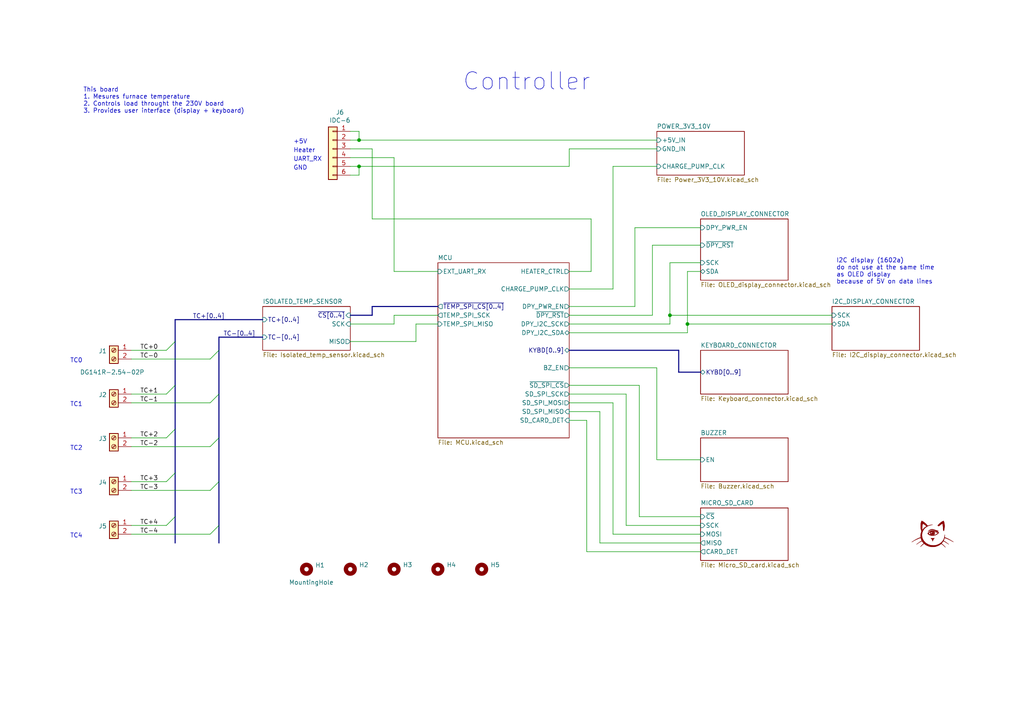
<source format=kicad_sch>
(kicad_sch (version 20250114) (generator "eeschema") (generator_version "9.0")
  (paper "A4")
  (title_block (title "Furnace controller") (date "2026-01-08") (rev "1.1") (company "Yuri Volkov"))
  (lib_symbols
    (symbol "Connector:Screw_Terminal_01x02" (pin_names (offset 1.016) (hide yes))
      (property "Reference" "J" (at 0 2.54 0))
      (property "Value" "Screw_Terminal_01x02" (at 0 -5.08 0))
      (symbol "Screw_Terminal_01x02_1_1"
        (rectangle (start -1.27 1.27) (end 1.27 -3.81) (stroke (width 0.254)) (fill (type background)))
        (polyline (pts (xy -0.5334 0.3302) (xy 0.3302 -0.508)) (stroke (width 0.1524)))
        (polyline (pts (xy -0.5334 -2.2098) (xy 0.3302 -3.048)) (stroke (width 0.1524)))
        (polyline (pts (xy -0.3556 0.508) (xy 0.508 -0.3302)) (stroke (width 0.1524)))
        (polyline (pts (xy -0.3556 -2.032) (xy 0.508 -2.8702)) (stroke (width 0.1524)))
        (circle (center 0 0) (radius 0.635) (stroke (width 0.1524)))
        (circle (center 0 -2.54) (radius 0.635) (stroke (width 0.1524)))
        (pin passive line (at -5.08 0 0) (length 3.81) (name "Pin_1") (number "1"))
        (pin passive line (at -5.08 -2.54 0) (length 3.81) (name "Pin_2") (number "2"))
      )
    )
    (symbol "Connector_Generic:Conn_01x06" (pin_names (offset 1.016) (hide yes))
      (property "Reference" "J" (at 0 7.62 0))
      (property "Value" "Conn_01x06" (at 0 -10.16 0))
      (symbol "Conn_01x06_1_1"
        (rectangle (start -1.27 6.35) (end 1.27 -8.89) (stroke (width 0.254)) (fill (type background)))
        (rectangle (start -1.27 5.207) (end 0 4.953) (stroke (width 0.1524)))
        (rectangle (start -1.27 2.667) (end 0 2.413) (stroke (width 0.1524)))
        (rectangle (start -1.27 0.127) (end 0 -0.127) (stroke (width 0.1524)))
        (rectangle (start -1.27 -2.413) (end 0 -2.667) (stroke (width 0.1524)))
        (rectangle (start -1.27 -4.953) (end 0 -5.207) (stroke (width 0.1524)))
        (rectangle (start -1.27 -7.493) (end 0 -7.747) (stroke (width 0.1524)))
        (pin passive line (at -5.08 5.08 0) (length 3.81) (name "Pin_1") (number "1"))
        (pin passive line (at -5.08 2.54 0) (length 3.81) (name "Pin_2") (number "2"))
        (pin passive line (at -5.08 0 0) (length 3.81) (name "Pin_3") (number "3"))
        (pin passive line (at -5.08 -2.54 0) (length 3.81) (name "Pin_4") (number "4"))
        (pin passive line (at -5.08 -5.08 0) (length 3.81) (name "Pin_5") (number "5"))
        (pin passive line (at -5.08 -7.62 0) (length 3.81) (name "Pin_6") (number "6"))
      )
    )
    (symbol "Mechanical:MountingHole" (pin_names (offset 1.016)) (in_bom no)
      (property "Reference" "H" (at 0 5.08 0))
      (property "Value" "MountingHole" (at 0 3.175 0))
      (symbol "MountingHole_0_1"
        (circle (center 0 0) (radius 1.27) (stroke (width 1.27)))
      )
    )
    (symbol "stamp:LOGO" (pin_names (offset 1.016))
      (symbol "LOGO_0_0"
        (polyline (pts (xy -3.5052 -3.6068) (xy -3.3782 -3.5052) (xy -3.175 -3.302) (xy -2.7686 -2.9464) (xy -2.5908 -2.8194) (xy -2.4892 -2.7432) (xy -2.1844 -2.9972) (xy -1.9304 -3.175) (xy -1.3716 -3.429) (xy -1.0922 -3.5306) (xy -0.7874 -3.6068) (xy -0.4826 -3.6576) (xy -0.381 -3.683) (xy 0.381 -3.683) (xy 0.4826 -3.6576) (xy 0.508 -3.6576) (xy 0.8128 -3.6068) (xy 1.0922 -3.5306) (xy 1.3716 -3.429) (xy 1.6256 -3.3274) (xy 1.8796 -3.2004) (xy 2.1336 -3.048) (xy 2.3622 -2.8702) (xy 2.4892 -2.7432) (xy 2.54 -2.794) (xy 2.5654 -2.794) (xy 2.6162 -2.8448) (xy 2.6924 -2.8956) (xy 2.7432 -2.9464) (xy 2.9718 -3.0988) (xy 3.2004 -3.3274) (xy 3.2766 -3.3782) (xy 3.3528 -3.4544) (xy 3.429 -3.556) (xy 3.4798 -3.6068) (xy 3.556 -3.6576) (xy 3.6068 -3.7338) (xy 3.6576 -3.7846) (xy 3.7084 -3.81) (xy 3.6322 -3.7338) (xy 3.6322 -3.7084) (xy 3.5814 -3.6576) (xy 3.5052 -3.556) (xy 3.4036 -3.4798) (xy 3.3274 -3.3782) (xy 3.1242 -3.175) (xy 2.9972 -3.0734) (xy 2.8956 -2.9718) (xy 2.794 -2.8956) (xy 2.7178 -2.8194) (xy 2.5654 -2.6924) (xy 2.667 -2.5654) (xy 2.7178 -2.5146) (xy 2.8702 -2.3114) (xy 3.0226 -2.1336) (xy 3.0226 -2.1082) (xy 3.048 -2.0574) (xy 3.0988 -2.0066) (xy 3.1496 -2.0066) (xy 3.175 -2.032) (xy 3.2258 -2.0574) (xy 3.302 -2.0828) (xy 3.3528 -2.1082) (xy 3.429 -2.1336) (xy 3.4798 -2.1844) (xy 3.5814 -2.2352) (xy 3.6068 -2.2352) (xy 3.6576 -2.286) (xy 3.7084 -2.3114) (xy 3.7846 -2.3368) (xy 3.8608 -2.413) (xy 3.8862 -2.413) (xy 3.9116 -2.4384) (xy 3.937 -2.4384) (xy 3.937 -2.4638) (xy 4.0894 -2.54) (xy 4.1402 -2.5908) (xy 4.445 -2.794) (xy 4.4704 -2.8194) (xy 4.5466 -2.8702) (xy 4.5974 -2.921) (xy 4.6482 -2.9464) (xy 4.572 -2.8702) (xy 4.4196 -2.7432) (xy 4.2164 -2.5908) (xy 4.0386 -2.4638) (xy 3.8354 -2.3114) (xy 3.429 -2.0574) (xy 3.2258 -1.9558) (xy 3.1496 -1.905) (xy 3.2766 -1.651) (xy 3.3528 -1.4224) (xy 3.429 -1.2192) (xy 3.429 -1.1684) (xy 3.4544 -1.1176) (xy 3.4544 -1.0668) (xy 3.4798 -1.0668) (xy 3.5814 -1.1176) (xy 3.6576 -1.1176) (xy 3.7338 -1.143) (xy 3.81 -1.1938) (xy 4.0132 -1.2446) (xy 4.2672 -1.3462) (xy 4.826 -1.6002) (xy 5.1054 -1.7526) (xy 5.3848 -1.8796) (xy 5.6642 -2.0574) (xy 5.9182 -2.2098) (xy 6.0198 -2.2606) (xy 5.9944 -2.2352) (xy 5.9436 -2.2098) (xy 5.8674 -2.159) (xy 5.8166 -2.1082) (xy 5.588 -1.9558) (xy 5.4864 -1.905) (xy 4.8768 -1.5494) (xy 4.5466 -1.3716) (xy 4.2418 -1.2192) (xy 3.6322 -0.9652) (xy 3.5814 -0.9398) (xy 3.5306 -0.9398) (xy 3.5052 -0.9144) (xy 3.4798 -0.9144) (xy 3.4798 -0.8636) (xy 3.5052 -0.8128) (xy 3.5052 -0.1778) (xy 3.4798 -0.1524) (xy 3.4798 -0.3048) (xy 3.4544 -0.5842) (xy 3.3528 -1.0922) (xy 3.1496 -1.6002) (xy 2.9972 -1.8034) (xy 2.8448 -2.032) (xy 2.667 -2.2352) (xy 2.2606 -2.5908) (xy 2.032 -2.7432) (xy 1.8034 -2.8702) (xy 1.524 -2.9972) (xy 1.27 -3.0988) (xy 0.9652 -3.175) (xy 0.6858 -3.2258) (xy 0.4064 -3.2512) (xy 0.1016 -3.2512) (xy -0.508 -3.2004) (xy -0.7874 -3.1242) (xy -1.0414 -3.048) (xy -1.2954 -2.9464) (xy -1.7526 -2.6924) (xy -1.9812 -2.5146) (xy -2.1844 -2.3622) (xy -2.54 -1.9558) (xy -2.667 -1.7526) (xy -2.921 -1.2954) (xy -2.9972 -1.0414) (xy -3.0988 -0.5334) (xy -3.0988 0) (xy -2.9972 0.508) (xy -2.8956 0.762) (xy -2.8702 0.8382) (xy -2.6162 1.2954) (xy -2.4638 1.4986) (xy -2.286 1.7018) (xy -2.0828 1.8796) (xy -1.8542 2.0574) (xy -1.6256 2.2098) (xy -1.397 2.3368) (xy -1.27 2.413) (xy -1.0414 2.4892) (xy -0.8382 2.5654) (xy -0.635 2.6162) (xy -0.4064 2.667) (xy -0.1524 2.6924) (xy 0 2.7178) (xy -0.254 2.7178) (xy -0.5334 2.6924) (xy -0.7874 2.6416) (xy -1.0668 2.5654) (xy -1.3208 2.4892) (xy -1.4224 2.4384) (xy -1.4478 2.4892) (xy -1.5494 2.5908) (xy -1.7272 2.794) (xy -1.9304 2.9972) (xy -2.3368 3.3528) (xy -2.7432 3.6576) (xy -2.8194 3.683) (xy -2.8702 3.7338) (xy -2.9464 3.7592) (xy -2.9972 3.7846) (xy -3.0734 3.8354) (xy -3.1242 3.8608) (xy -3.2004 3.8608) (xy -3.2258 3.81) (xy -3.2766 3.6576) (xy -3.302 3.556) (xy -3.3782 3.3782) (xy -3.429 3.175) (xy -3.4798 2.8194) (xy -3.4798 1.9304) (xy -3.4544 1.8542) (xy -3.4544 1.7272) (xy -3.4036 1.4478) (xy -3.3274 1.1684) (xy -3.3274 1.1176) (xy -3.048 1.1176) (xy -3.048 2.0066) (xy -3.0226 2.1082) (xy -2.9718 2.6162) (xy -2.921 2.8702) (xy -2.8956 2.8956) (xy -2.8956 2.9718) (xy -2.8702 3.0226) (xy -2.8702 3.048) (xy -2.8448 3.0734) (xy -2.794 3.0734) (xy -2.7432 3.048) (xy -2.6924 2.9972) (xy -2.6416 2.9718) (xy -2.413 2.8194) (xy -2.3368 2.7432) (xy -2.286 2.7178) (xy -2.2606 2.7178) (xy -2.1844 2.6416) (xy -2.1336 2.6162) (xy -2.032 2.5146) (xy -1.9558 2.4638) (xy -1.778 2.286) (xy -1.8034 2.2606) (xy -1.8288 2.2606) (xy -1.8542 2.2352) (xy -1.9558 2.1844) (xy -2.032 2.1082) (xy -2.159 2.0574) (xy -2.2606 1.9812) (xy -2.3368 1.905) (xy -2.4638 1.8034) (xy -2.5908 1.6764) (xy -2.6924 1.5494) (xy -2.8194 1.4224) (xy -2.921 1.2954) (xy -2.9972 1.1938) (xy -3.0226 1.143) (xy -3.0226 1.1176) (xy -3.048 1.1176) (xy -3.3274 1.1176) (xy -3.2512 0.9398) (xy -3.2512 0.8382) (xy -3.2258 0.8128) (xy -3.2258 0.762) (xy -3.2512 0.7366) (xy -3.2766 0.6858) (xy -3.2766 0.635) (xy -3.3528 0.4572) (xy -3.4544 0.0508) (xy -3.4544 0.0254) (xy -3.4798 -0.0254) (xy -3.4798 -0.1524) (xy -3.5052 -0.2032) (xy -3.5052 -0.7874) (xy -3.4798 -0.8382) (xy -3.4798 -0.9144) (xy -3.6068 -0.9652) (xy -3.7592 -1.016) (xy -4.0894 -1.143) (xy -4.4196 -1.2954) (xy -5.08 -1.651) (xy -5.4102 -1.8542) (xy -5.715 -2.0574) (xy -5.7404 -2.0574) (xy -5.7912 -2.1082) (xy -5.8674 -2.159) (xy -5.9182 -2.1844) (xy -5.969 -2.2352) (xy -6.0198 -2.2606) (xy -6.0452 -2.286) (xy -6.0198 -2.286) (xy -5.9944 -2.2606) (xy -5.8928 -2.2098) (xy -5.6642 -2.0574) (xy -5.3848 -1.8796) (xy -5.1054 -1.7272) (xy -4.5466 -1.4732) (xy -4.2418 -1.3462) (xy -4.1656 -1.3208) (xy -4.0894 -1.27) (xy -3.9878 -1.2446) (xy -3.8862 -1.1938) (xy -3.81 -1.1684) (xy -3.7084 -1.143) (xy -3.556 -1.0922) (xy -3.5052 -1.0922) (xy -3.4798 -1.0668) (xy -3.4544 -1.0668) (xy -3.4544 -1.1176) (xy -3.4036 -1.2192) (xy -3.3782 -1.3716) (xy -3.302 -1.5748) (xy -3.2258 -1.7526) (xy -3.1496 -1.905) (xy -3.5052 -2.1082) (xy -3.7592 -2.2606) (xy -3.9878 -2.4384) (xy -4.2418 -2.5908) (xy -4.445 -2.7686) (xy -4.4704 -2.794) (xy -4.5466 -2.8448) (xy -4.6736 -2.9718) (xy -4.572 -2.921) (xy -4.5212 -2.8448) (xy -4.2672 -2.667) (xy -3.9878 -2.4638) (xy -3.683 -2.286) (xy -3.6322 -2.2606) (xy -3.556 -2.2098) (xy -3.4798 -2.1844) (xy -3.4036 -2.1336) (xy -3.3274 -2.1082) (xy -3.2766 -2.0574) (xy -3.2004 -2.032) (xy -3.1496 -2.0066) (xy -3.0988 -2.0066) (xy -3.0988 -2.032) (xy -3.0226 -2.1082) (xy -2.921 -2.2606) (xy -2.667 -2.5654) (xy -2.5654 -2.6924) (xy -2.667 -2.7686) (xy -2.794 -2.8702) (xy -3.0226 -3.0734) (xy -3.2512 -3.302) (xy -3.556 -3.6576) (xy -3.5052 -3.6068)) (stroke (width 0.0254)) (fill (type outline)))
        (polyline (pts (xy -1.2954 0.762) (xy -1.1684 0.8636) (xy -1.0668 0.9398) (xy -0.9652 0.9906) (xy -0.8636 1.0668) (xy -0.7874 1.0922) (xy -0.7112 1.143) (xy -0.5588 1.1938) (xy -0.4572 1.1938) (xy -0.4572 1.2192) (xy -0.3302 1.2192) (xy -0.2032 1.2446) (xy -0.0508 1.2446) (xy 0.0762 1.2192) (xy 0.2286 1.1938) (xy 0.381 1.143) (xy 0.5334 1.0668) (xy 0.7112 0.9906) (xy 0.9144 0.9144) (xy 0.9398 0.889) (xy 1.143 0.7874) (xy 1.4478 0.6858) (xy 1.6256 0.6858) (xy 1.6002 0.7112) (xy 1.5494 0.7366) (xy 1.4986 0.7366) (xy 1.4732 0.762) (xy 1.3716 0.7874) (xy 1.2954 0.8382) (xy 1.2446 0.8636) (xy 1.1684 0.889) (xy 1.1176 0.9398) (xy 1.1684 0.9398) (xy 1.1938 0.9144) (xy 1.524 0.9144) (xy 1.5748 0.9398) (xy 1.6256 0.9398) (xy 1.651 0.9652) (xy 1.6002 0.9652) (xy 1.5748 0.9906) (xy 1.4732 0.9906) (xy 1.3462 1.0414) (xy 1.2192 1.0668) (xy 1.0668 1.1176) (xy 0.7112 1.2192) (xy 0.6858 1.2446) (xy 0.5334 1.2954) (xy 0.4064 1.3208) (xy 0.2794 1.3716) (xy 0.1778 1.397) (xy 0.0762 1.397) (xy 0 1.4224) (xy -0.3302 1.4224) (xy -0.635 1.3462) (xy -0.7874 1.27) (xy -0.9398 1.1684) (xy -1.0668 1.0668) (xy -1.3208 0.762) (xy -1.3462 0.7366) (xy -1.2954 0.762)) (stroke (width 0.0254)) (fill (type outline)))
        (polyline (pts (xy 0.0254 -2.032) (xy 0.0254 -1.9812) (xy 0.0508 -1.9558) (xy 0.0762 -1.8542) (xy 0.1016 -1.778) (xy 0.1524 -1.6764) (xy 0.1778 -1.6002) (xy 0.2286 -1.5494) (xy 0.2794 -1.4224) (xy 0.3556 -1.3208) (xy 0.5334 -1.143) (xy -0.508 -1.143) (xy -0.508 -1.1684) (xy -0.2794 -1.397) (xy -0.2032 -1.524) (xy -0.1524 -1.651) (xy -0.0762 -1.8034) (xy -0.0254 -1.9812) (xy -0.0254 -2.0066) (xy 0 -2.0574) (xy 0.0254 -2.032)) (stroke (width 0.0254)) (fill (type outline)))
        (polyline (pts (xy 0.1016 -0.1016) (xy 0.1778 -0.0762) (xy 0.2794 0.0762) (xy 0.3048 0.1016) (xy 0.3048 0.127) (xy 0.3302 0.1524) (xy 0.3302 0.3302) (xy 0.3048 0.381) (xy 0.3048 0.4064) (xy 0.2794 0.4318) (xy 0.2794 0.4826) (xy 0.1778 0.5842) (xy 0.0762 0.635) (xy 0.0508 0.6604) (xy -0.1524 0.6604) (xy -0.1778 0.635) (xy -0.2032 0.635) (xy -0.254 0.6096) (xy -0.254 0.5842) (xy -0.2032 0.5842) (xy -0.127 0.508) (xy -0.1016 0.4572) (xy -0.1016 0.381) (xy -0.127 0.3556) (xy -0.1524 0.3048) (xy -0.2032 0.254) (xy -0.3048 0.254) (xy -0.3556 0.2794) (xy -0.4064 0.3302) (xy -0.4064 0.3556) (xy -0.4318 0.3556) (xy -0.4318 0.2286) (xy -0.4064 0.1778) (xy -0.4064 0.0762) (xy -0.3556 0.0254) (xy -0.3048 -0.0508) (xy -0.2286 -0.1016) (xy -0.1524 -0.127) (xy 0.0508 -0.127) (xy 0.1016 -0.1016)) (stroke (width 0.0254)) (fill (type outline)))
        (polyline (pts (xy 0.3556 -0.381) (xy 0.6096 -0.3302) (xy 0.8382 -0.254) (xy 1.0414 -0.1778) (xy 1.143 -0.127) (xy 1.2954 -0.0254) (xy 1.4224 0.0762) (xy 1.5748 0.1778) (xy 1.5748 0.2032) (xy 1.7272 0.3556) (xy 1.7526 0.4064) (xy 1.8034 0.4572) (xy 1.8034 0.508) (xy 1.7526 0.508) (xy 1.7018 0.5334) (xy 1.6002 0.5334) (xy 1.4732 0.5588) (xy 1.3716 0.5842) (xy 1.2446 0.6096) (xy 1.143 0.6604) (xy 1.016 0.7112) (xy 0.8636 0.762) (xy 0.7366 0.8128) (xy 0.5588 0.889) (xy 0.4826 0.9144) (xy 0.381 0.9652) (xy 0.2286 1.016) (xy 0.1778 1.0414) (xy 0.1016 1.0414) (xy 0.0508 1.0668) (xy -0.2286 1.0668) (xy -0.3556 1.0414) (xy -0.4826 0.9906) (xy -0.635 0.9398) (xy -0.9398 0.7366) (xy -1.1684 0.508) (xy -1.2446 0.4572) (xy -1.4224 0.2794) (xy -1.4478 0.2286) (xy -1.2446 0.2286) (xy -1.1938 0.2794) (xy -1.143 0.3048) (xy -1.0922 0.3556) (xy -1.0414 0.381) (xy -1.016 0.4318) (xy -0.9652 0.4572) (xy -0.9398 0.4826) (xy -0.889 0.508) (xy -0.7874 0.6096) (xy -0.7366 0.635) (xy -0.635 0.7366) (xy -0.5588 0.762) (xy -0.6096 0.6858) (xy -0.6858 0.5334) (xy -0.6858 0.4572) (xy -0.7112 0.4064) (xy -0.7112 0.2032) (xy -0.6858 0.1524) (xy -0.6858 0.127) (xy -0.5334 0.127) (xy -0.5334 0.3302) (xy -0.508 0.4572) (xy -0.4064 0.6096) (xy -0.3302 0.6858) (xy -0.2286 0.7366) (xy -0.127 0.762) (xy 0.0508 0.762) (xy 0.1524 0.7112) (xy 0.1778 0.7112) (xy 0.2286 0.6858) (xy 0.3302 0.5842) (xy 0.4064 0.4318) (xy 0.4318 0.3302) (xy 0.4318 0.2286) (xy 0.381 0.0254) (xy 0.3302 -0.0762) (xy 0.254 -0.127) (xy 0.1524 -0.2032) (xy 0.0508 -0.2286) (xy 0.0254 -0.254) (xy -0.0762 -0.254) (xy -0.2794 -0.2032) (xy -0.4318 -0.0508) (xy -0.4826 0.0254) (xy -0.5334 0.127) (xy -0.6858 0.127) (xy -0.6858 0.0762) (xy -0.5334 -0.1524) (xy -0.508 -0.1778) (xy -0.5334 -0.1778) (xy -0.5842 -0.1524) (xy -0.6604 -0.127) (xy -0.7112 -0.1016) (xy -0.7874 -0.0762) (xy -0.8636 -0.0254) (xy -1.016 0.0508) (xy -1.0668 0.1016) (xy -1.1176 0.127) (xy -1.1684 0.1778) (xy -1.2192 0.2032) (xy -1.2446 0.2286) (xy -1.4478 0.2286) (xy -1.4478 0.2032) (xy -1.4224 0.1778) (xy -1.397 0.127) (xy -1.3716 0.1016) (xy -1.3462 0.0508) (xy -1.3208 0.0254) (xy -1.0668 -0.1778) (xy -0.889 -0.254) (xy -0.8128 -0.2794) (xy 0.3048 -0.2794) (xy 0.3302 -0.254) (xy 0.381 -0.1778) (xy 0.4572 -0.127) (xy 0.508 -0.0508) (xy 0.508 -0.0254) (xy 0.5588 0.0762) (xy 0.6096 0.2032) (xy 0.6096 0.3302) (xy 0.5588 0.5842) (xy 0.508 0.6858) (xy 0.4318 0.7874) (xy 0.381 0.8382) (xy 0.381 0.8636) (xy 0.5334 0.7874) (xy 0.6096 0.762) (xy 0.7112 0.7112) (xy 0.7874 0.6604) (xy 0.8382 0.6604) (xy 0.9144 0.6096) (xy 0.9906 0.5842) (xy 1.0922 0.5334) (xy 1.1176 0.5334) (xy 1.2192 0.4826) (xy 1.2446 0.4826) (xy 1.397 0.4318) (xy 1.4732 0.4318) (xy 1.6002 0.4064) (xy 1.4986 0.3048) (xy 1.3462 0.1778) (xy 0.9906 -0.0762) (xy 0.7874 -0.1524) (xy 0.6096 -0.2286) (xy 0.4318 -0.2794) (xy 0.3048 -0.2794) (xy -0.8128 -0.2794) (xy -0.7366 -0.3048) (xy -0.5588 -0.3556) (xy -0.3556 -0.4064) (xy 0.127 -0.4064) (xy 0.3556 -0.381)) (stroke (width 0.0254)) (fill (type outline)))
        (polyline (pts (xy 3.2512 0.9398) (xy 3.2766 0.9906) (xy 3.2766 1.0668) (xy 3.3274 1.2192) (xy 3.3528 1.27) (xy 3.3782 1.4986) (xy 3.429 1.8034) (xy 3.4544 2.1082) (xy 3.4798 2.3876) (xy 3.4544 2.6924) (xy 3.429 2.9464) (xy 3.3782 3.2258) (xy 3.3274 3.4798) (xy 3.2258 3.7084) (xy 3.2258 3.7338) (xy 3.175 3.8354) (xy 3.175 3.8608) (xy 3.1242 3.8608) (xy 3.0988 3.8354) (xy 3.048 3.81) (xy 2.9718 3.7846) (xy 2.921 3.7592) (xy 2.8448 3.7084) (xy 2.7686 3.683) (xy 2.667 3.6068) (xy 2.4638 3.4798) (xy 2.286 3.3274) (xy 2.0828 3.175) (xy 1.7018 2.794) (xy 1.651 2.7178) (xy 1.5748 2.667) (xy 1.524 2.5908) (xy 1.4986 2.5654) (xy 1.4732 2.5146) (xy 1.4478 2.4892) (xy 1.4732 2.4892) (xy 1.4986 2.4638) (xy 1.5494 2.4384) (xy 1.6002 2.4384) (xy 1.651 2.3876) (xy 1.8034 2.3368) (xy 1.905 2.413) (xy 2.0066 2.5146) (xy 2.0828 2.5654) (xy 2.1844 2.6416) (xy 2.2606 2.7178) (xy 2.3622 2.794) (xy 2.4384 2.8448) (xy 2.54 2.8956) (xy 2.6162 2.9718) (xy 2.6924 2.9972) (xy 2.7432 3.048) (xy 2.794 3.0734) (xy 2.8194 3.0988) (xy 2.8448 3.0988) (xy 2.8448 3.0734) (xy 2.8702 3.0226) (xy 2.8702 2.9464) (xy 2.8956 2.8956) (xy 2.8956 2.8194) (xy 2.921 2.7178) (xy 2.9464 2.6416) (xy 2.9464 2.5654) (xy 2.9718 2.4892) (xy 2.9718 2.3876) (xy 2.9972 2.286) (xy 2.9972 2.1844) (xy 3.0226 2.0828) (xy 3.0226 1.5748) (xy 3.048 1.2192) (xy 3.0734 1.143) (xy 3.0988 1.0922) (xy 3.1496 1.0414) (xy 3.175 0.9906) (xy 3.175 0.9652) (xy 3.2258 0.9144) (xy 3.2512 0.9398)) (stroke (width 0.0254)) (fill (type outline)))
      )
    )
  )
  (text "Controller" (at 171.45 26.67 0) (effects (font (size 5.0038 5.0038)) (justify right bottom)))
  (text "TC0" (at 20.32 105.41 0) (effects (font (size 1.27 1.27)) (justify left bottom)))
  (text "UART_RX" (at 85.09 46.99 0) (effects (font (size 1.27 1.27)) (justify left bottom)))
  (text "GND" (at 85.09 49.53 0) (effects (font (size 1.27 1.27)) (justify left bottom)))
  (text "+5V" (at 85.09 41.91 0) (effects (font (size 1.27 1.27)) (justify left bottom)))
  (text "I2C display (1602a)\ndo not use at the same time \nas OLED display\nbecause of 5V on data lines" (at 242.57 82.55 0) (effects (font (size 1.27 1.27)) (justify left bottom)))
  (text "TC2" (at 20.32 130.81 0) (effects (font (size 1.27 1.27)) (justify left bottom)))
  (text "TC1" (at 20.32 118.11 0) (effects (font (size 1.27 1.27)) (justify left bottom)))
  (text "TC4" (at 20.32 156.21 0) (effects (font (size 1.27 1.27)) (justify left bottom)))
  (text "TC3" (at 20.32 143.51 0) (effects (font (size 1.27 1.27)) (justify left bottom)))
  (text "This board\n1. Mesures furnace temperature\n2. Controls load throught the 230V board\n3. Provides user interface (display + keyboard)" (at 24.13 33.02 0) (effects (font (size 1.27 1.27)) (justify left bottom)))
  (text "Heater" (at 85.09 44.45 0) (effects (font (size 1.27 1.27)) (justify left bottom)))
  (junction (at 104.14 48.26))
  (junction (at 104.14 40.64))
  (junction (at 199.39 93.98))
  (junction (at 194.31 91.44))
  (bus_entry (at 48.26 127) (size 2.54 -2.54))
  (bus_entry (at 60.96 104.14) (size 2.54 -2.54))
  (bus_entry (at 60.96 129.54) (size 2.54 -2.54))
  (bus_entry (at 60.96 142.24) (size 2.54 -2.54))
  (bus_entry (at 48.26 139.7) (size 2.54 -2.54))
  (bus_entry (at 60.96 116.84) (size 2.54 -2.54))
  (bus_entry (at 48.26 114.3) (size 2.54 -2.54))
  (bus_entry (at 48.26 101.6) (size 2.54 -2.54))
  (bus_entry (at 48.26 152.4) (size 2.54 -2.54))
  (bus_entry (at 60.96 154.94) (size 2.54 -2.54))
  (wire (pts (xy 101.6 45.72) (xy 114.3 45.72)))
  (wire (pts (xy 241.3 91.44) (xy 194.31 91.44)))
  (wire (pts (xy 60.96 104.14) (xy 38.1 104.14)))
  (wire (pts (xy 190.5 133.35) (xy 203.2 133.35)))
  (wire (pts (xy 165.1 88.9) (xy 184.15 88.9)))
  (wire (pts (xy 177.8 48.26) (xy 190.5 48.26)))
  (wire (pts (xy 101.6 50.8) (xy 104.14 50.8)))
  (wire (pts (xy 184.15 88.9) (xy 184.15 66.04)))
  (wire (pts (xy 101.6 38.1) (xy 104.14 38.1)))
  (bus (pts (xy 50.8 92.71) (xy 50.8 99.06)))
  (bus (pts (xy 107.95 88.9) (xy 127 88.9)))
  (bus (pts (xy 50.8 99.06) (xy 50.8 111.76)))
  (wire (pts (xy 38.1 101.6) (xy 48.26 101.6)))
  (bus (pts (xy 165.1 101.6) (xy 196.85 101.6)))
  (wire (pts (xy 101.6 99.06) (xy 120.65 99.06)))
  (wire (pts (xy 165.1 106.68) (xy 190.5 106.68)))
  (wire (pts (xy 101.6 48.26) (xy 104.14 48.26)))
  (wire (pts (xy 60.96 142.24) (xy 38.1 142.24)))
  (wire (pts (xy 189.23 71.12) (xy 203.2 71.12)))
  (wire (pts (xy 60.96 154.94) (xy 38.1 154.94)))
  (wire (pts (xy 120.65 99.06) (xy 120.65 93.98)))
  (wire (pts (xy 165.1 116.84) (xy 177.8 116.84)))
  (wire (pts (xy 171.45 78.74) (xy 171.45 63.5)))
  (wire (pts (xy 165.1 114.3) (xy 181.61 114.3)))
  (wire (pts (xy 38.1 127) (xy 48.26 127)))
  (wire (pts (xy 194.31 76.2) (xy 194.31 91.44)))
  (bus (pts (xy 63.5 127) (xy 63.5 139.7)))
  (wire (pts (xy 165.1 91.44) (xy 189.23 91.44)))
  (wire (pts (xy 101.6 93.98) (xy 114.3 93.98)))
  (wire (pts (xy 165.1 48.26) (xy 165.1 43.18)))
  (wire (pts (xy 170.18 121.92) (xy 165.1 121.92)))
  (wire (pts (xy 114.3 93.98) (xy 114.3 91.44)))
  (wire (pts (xy 38.1 139.7) (xy 48.26 139.7)))
  (bus (pts (xy 63.5 114.3) (xy 63.5 127)))
  (wire (pts (xy 173.99 119.38) (xy 173.99 157.48)))
  (wire (pts (xy 199.39 78.74) (xy 203.2 78.74)))
  (wire (pts (xy 38.1 129.54) (xy 60.96 129.54)))
  (wire (pts (xy 194.31 91.44) (xy 194.31 93.98)))
  (wire (pts (xy 181.61 114.3) (xy 181.61 152.4)))
  (wire (pts (xy 199.39 78.74) (xy 199.39 93.98)))
  (bus (pts (xy 101.6 91.44) (xy 107.95 91.44)))
  (wire (pts (xy 104.14 50.8) (xy 104.14 48.26)))
  (wire (pts (xy 101.6 40.64) (xy 104.14 40.64)))
  (bus (pts (xy 107.95 91.44) (xy 107.95 88.9)))
  (wire (pts (xy 189.23 91.44) (xy 189.23 71.12)))
  (bus (pts (xy 50.8 137.16) (xy 50.8 149.86)))
  (wire (pts (xy 165.1 111.76) (xy 185.42 111.76)))
  (wire (pts (xy 184.15 66.04) (xy 203.2 66.04)))
  (bus (pts (xy 196.85 107.95) (xy 196.85 101.6)))
  (wire (pts (xy 120.65 93.98) (xy 127 93.98)))
  (wire (pts (xy 171.45 63.5) (xy 107.95 63.5)))
  (wire (pts (xy 60.96 116.84) (xy 38.1 116.84)))
  (wire (pts (xy 165.1 83.82) (xy 177.8 83.82)))
  (bus (pts (xy 50.8 111.76) (xy 50.8 124.46)))
  (wire (pts (xy 185.42 111.76) (xy 185.42 149.86)))
  (bus (pts (xy 76.2 97.79) (xy 63.5 97.79)))
  (wire (pts (xy 173.99 157.48) (xy 203.2 157.48)))
  (wire (pts (xy 165.1 78.74) (xy 171.45 78.74)))
  (wire (pts (xy 38.1 152.4) (xy 48.26 152.4)))
  (wire (pts (xy 185.42 149.86) (xy 203.2 149.86)))
  (wire (pts (xy 165.1 93.98) (xy 194.31 93.98)))
  (bus (pts (xy 63.5 101.6) (xy 63.5 114.3)))
  (bus (pts (xy 50.8 124.46) (xy 50.8 137.16)))
  (wire (pts (xy 199.39 93.98) (xy 199.39 96.52)))
  (wire (pts (xy 177.8 116.84) (xy 177.8 154.94)))
  (bus (pts (xy 203.2 107.95) (xy 196.85 107.95)))
  (wire (pts (xy 104.14 48.26) (xy 165.1 48.26)))
  (wire (pts (xy 107.95 63.5) (xy 107.95 43.18)))
  (bus (pts (xy 76.2 92.71) (xy 50.8 92.71)))
  (wire (pts (xy 165.1 119.38) (xy 173.99 119.38)))
  (wire (pts (xy 165.1 43.18) (xy 190.5 43.18)))
  (wire (pts (xy 177.8 154.94) (xy 203.2 154.94)))
  (wire (pts (xy 170.18 160.02) (xy 170.18 121.92)))
  (wire (pts (xy 114.3 45.72) (xy 114.3 78.74)))
  (wire (pts (xy 104.14 38.1) (xy 104.14 40.64)))
  (bus (pts (xy 63.5 152.4) (xy 63.5 157.48)))
  (wire (pts (xy 241.3 93.98) (xy 199.39 93.98)))
  (wire (pts (xy 104.14 40.64) (xy 190.5 40.64)))
  (wire (pts (xy 181.61 152.4) (xy 203.2 152.4)))
  (wire (pts (xy 107.95 43.18) (xy 101.6 43.18)))
  (bus (pts (xy 50.8 149.86) (xy 50.8 157.48)))
  (wire (pts (xy 114.3 78.74) (xy 127 78.74)))
  (wire (pts (xy 203.2 160.02) (xy 170.18 160.02)))
  (wire (pts (xy 38.1 114.3) (xy 48.26 114.3)))
  (wire (pts (xy 177.8 83.82) (xy 177.8 48.26)))
  (wire (pts (xy 114.3 91.44) (xy 127 91.44)))
  (wire (pts (xy 194.31 76.2) (xy 203.2 76.2)))
  (wire (pts (xy 165.1 96.52) (xy 199.39 96.52)))
  (wire (pts (xy 190.5 106.68) (xy 190.5 133.35)))
  (bus (pts (xy 63.5 139.7) (xy 63.5 152.4)))
  (bus (pts (xy 63.5 97.79) (xy 63.5 101.6)))
  (label "TC-1" (at 40.64 116.84 0))
  (label "TC-4" (at 40.64 154.94 0))
  (label "TC+1" (at 40.64 114.3 0))
  (label "TC+2" (at 40.64 127 0))
  (label "TC-[0..4]" (at 64.77 97.79 0))
  (label "TC+0" (at 40.64 101.6 0))
  (label "TC-3" (at 40.64 142.24 0))
  (label "TC-0" (at 40.64 104.14 0))
  (label "TC+4" (at 40.64 152.4 0))
  (label "TC-2" (at 40.64 129.54 0))
  (label "TC+3" (at 40.64 139.7 0))
  (label "TC+[0..4]" (at 55.88 92.71 0))
  (symbol (lib_id "Connector:Screw_Terminal_01x02") (at 33.02 101.6 0) (mirror y) (unit 1)
    (property "Reference" "J1" (at 30.988 101.8032 0) (effects (justify left)))
    (property "Value" "DG141R-2.54-02P" (at 41.91 107.95 0) (effects (justify left)))
    (property "Footprint" "furnace_controller:DG141R-2.54-02P" (effects (hide yes)))
  )
  (symbol (lib_id "Connector:Screw_Terminal_01x02") (at 33.02 114.3 0) (mirror y) (unit 1)
    (property "Reference" "J2" (at 30.988 114.5032 0) (effects (justify left)))
    (property "Value" "DG141R-2.54-02P" (effects (hide yes)))
    (property "Footprint" "furnace_controller:DG141R-2.54-02P" (effects (hide yes)))
  )
  (symbol (lib_id "Connector:Screw_Terminal_01x02") (at 33.02 127 0) (mirror y) (unit 1)
    (property "Reference" "J3" (at 30.988 127.2032 0) (effects (justify left)))
    (property "Value" "DG141R-2.54-02P" (effects (hide yes)))
    (property "Footprint" "furnace_controller:DG141R-2.54-02P" (effects (hide yes)))
  )
  (symbol (lib_id "Connector:Screw_Terminal_01x02") (at 33.02 139.7 0) (mirror y) (unit 1)
    (property "Reference" "J4" (at 30.988 139.9032 0) (effects (justify left)))
    (property "Value" "DG141R-2.54-02P" (effects (hide yes)))
    (property "Footprint" "furnace_controller:DG141R-2.54-02P" (effects (hide yes)))
  )
  (symbol (lib_id "Connector:Screw_Terminal_01x02") (at 33.02 152.4 0) (mirror y) (unit 1)
    (property "Reference" "J5" (at 30.988 152.6032 0) (effects (justify left)))
    (property "Value" "DG141R-2.54-02P" (effects (hide yes)))
    (property "Footprint" "furnace_controller:DG141R-2.54-02P" (effects (hide yes)))
  )
  (symbol (lib_id "Mechanical:MountingHole") (at 88.9 165.1 0) (unit 1)
    (property "Reference" "H1" (at 91.44 163.9316 0) (effects (justify left)))
    (property "Value" "MountingHole" (at 83.82 168.91 0) (effects (justify left)))
    (property "Footprint" "furnace_controller:hole_D3.5mm" (effects (hide yes)))
  )
  (symbol (lib_id "Mechanical:MountingHole") (at 101.6 165.1 0) (unit 1)
    (property "Reference" "H2" (at 104.14 163.83 0) (effects (justify left)))
    (property "Value" "MountingHole" (effects (hide yes)))
    (property "Footprint" "furnace_controller:hole_D3.5mm" (effects (hide yes)))
  )
  (symbol (lib_id "Mechanical:MountingHole") (at 114.3 165.1 0) (unit 1)
    (property "Reference" "H3" (at 116.84 163.83 0) (effects (justify left)))
    (property "Value" "MountingHole" (effects (hide yes)))
    (property "Footprint" "furnace_controller:hole_D3.5mm" (effects (hide yes)))
  )
  (symbol (lib_id "Connector_Generic:Conn_01x06") (at 96.52 43.18 0) (mirror y) (unit 1)
    (property "Reference" "J6" (at 98.6028 32.5882 0))
    (property "Value" "IDC-6" (at 98.6028 34.8996 0))
    (property "Footprint" "Connector_IDC:IDC-Header_2x03_P2.54mm_Vertical" (effects (hide yes)))
  )
  (symbol (lib_id "stamp:LOGO") (at 270.51 154.94 0) (unit 1)
    (property "Reference" "G1" (effects (hide yes)))
    (property "Value" "LOGO" (effects (hide yes)))
    (property "Footprint" "furnace_controller:stamp" (effects (hide yes)))
  )
  (symbol (lib_id "Mechanical:MountingHole") (at 127 165.1 0) (unit 1)
    (property "Reference" "H4" (at 129.54 163.83 0) (effects (justify left)))
    (property "Value" "MountingHole" (effects (hide yes)))
    (property "Footprint" "furnace_controller:hole_D3.5mm" (effects (hide yes)))
  )
  (symbol (lib_id "Mechanical:MountingHole") (at 139.7 165.1 0) (unit 1)
    (property "Reference" "H5" (at 142.24 163.83 0) (effects (justify left)))
    (property "Value" "MountingHole" (effects (hide yes)))
    (property "Footprint" "furnace_controller:hole_D3.5mm" (effects (hide yes)))
  )
  (sheet (at 127 76.2) (size 38.1 50.8)
    (property "Sheetname" "MCU" (at 127 75.4884 0) (effects (justify left bottom)))
    (property "Sheetfile" "MCU.kicad_sch" (at 127 127.5846 0) (effects (justify left top)))
    (pin "DPY_PWR_EN" output (at 165.1 88.9 0))
    (pin "~{DPY_RST}" output (at 165.1 91.44 0))
    (pin "DPY_I2C_SDA" bidirectional (at 165.1 96.52 0))
    (pin "DPY_I2C_SCK" output (at 165.1 93.98 0))
    (pin "CHARGE_PUMP_CLK" output (at 165.1 83.82 0))
    (pin "TEMP_SPI_MISO" input (at 127 93.98 180))
    (pin "TEMP_SPI_SCK" output (at 127 91.44 180))
    (pin "BZ_EN" output (at 165.1 106.68 0))
    (pin "~{SD_SPI_CS}" output (at 165.1 111.76 0))
    (pin "SD_SPI_MOSI" output (at 165.1 116.84 0))
    (pin "SD_SPI_SCK" output (at 165.1 114.3 0))
    (pin "SD_SPI_MISO" input (at 165.1 119.38 0))
    (pin "EXT_UART_RX" input (at 127 78.74 180))
    (pin "HEATER_CTRL" output (at 165.1 78.74 0))
    (pin "KYBD[0..9]" bidirectional (at 165.1 101.6 0))
    (pin "~{TEMP_SPI_CS[0..4]}" output (at 127 88.9 180))
    (pin "SD_CARD_DET" input (at 165.1 121.92 0))
  )
  (sheet (at 76.2 88.9) (size 25.4 12.7)
    (property "Sheetname" "ISOLATED_TEMP_SENSOR" (at 76.2 88.1884 0) (effects (justify left bottom)))
    (property "Sheetfile" "Isolated_temp_sensor.kicad_sch" (at 76.2 102.1846 0) (effects (justify left top)))
    (pin "SCK" input (at 101.6 93.98 0))
    (pin "MISO" output (at 101.6 99.06 0))
    (pin "~{CS[0..4]}" input (at 101.6 91.44 0))
    (pin "TC-[0..4]" input (at 76.2 97.79 180))
    (pin "TC+[0..4]" input (at 76.2 92.71 180))
  )
  (sheet (at 190.5 38.1) (size 25.4 12.7)
    (property "Sheetname" "POWER_3V3_10V" (at 190.5 37.3884 0) (effects (justify left bottom)))
    (property "Sheetfile" "Power_3V3_10V.kicad_sch" (at 190.5 51.3846 0) (effects (justify left top)))
    (pin "CHARGE_PUMP_CLK" input (at 190.5 48.26 180))
    (pin "+5V_IN" input (at 190.5 40.64 180))
    (pin "GND_IN" input (at 190.5 43.18 180))
  )
  (sheet (at 203.2 63.5) (size 25.4 17.78)
    (property "Sheetname" "OLED_DISPLAY_CONNECTOR" (at 203.2 62.7884 0) (effects (justify left bottom)))
    (property "Sheetfile" "OLED_display_connector.kicad_sch" (at 203.2 81.8646 0) (effects (justify left top)))
    (pin "DPY_PWR_EN" input (at 203.2 66.04 180))
    (pin "~{DPY_RST}" input (at 203.2 71.12 180))
    (pin "SDA" bidirectional (at 203.2 78.74 180))
    (pin "SCK" input (at 203.2 76.2 180))
  )
  (sheet (at 203.2 101.6) (size 25.4 12.7)
    (property "Sheetname" "KEYBOARD_CONNECTOR" (at 203.2 100.8884 0) (effects (justify left bottom)))
    (property "Sheetfile" "Keyboard_connector.kicad_sch" (at 203.2 114.8846 0) (effects (justify left top)))
    (pin "KYBD[0..9]" bidirectional (at 203.2 107.95 180))
  )
  (sheet (at 203.2 147.32) (size 25.4 15.24)
    (property "Sheetname" "MICRO_SD_CARD" (at 203.2 146.6084 0) (effects (justify left bottom)))
    (property "Sheetfile" "Micro_SD_card.kicad_sch" (at 203.2 163.1446 0) (effects (justify left top)))
    (pin "~{CS}" input (at 203.2 149.86 180))
    (pin "MOSI" input (at 203.2 154.94 180))
    (pin "SCK" input (at 203.2 152.4 180))
    (pin "MISO" output (at 203.2 157.48 180))
    (pin "CARD_DET" output (at 203.2 160.02 180))
  )
  (sheet (at 203.2 127) (size 25.4 12.7)
    (property "Sheetname" "BUZZER" (at 203.2 126.2884 0) (effects (justify left bottom)))
    (property "Sheetfile" "Buzzer.kicad_sch" (at 203.2 140.2846 0) (effects (justify left top)))
    (pin "EN" input (at 203.2 133.35 180))
  )
  (sheet (at 241.3 88.9) (size 25.4 12.7)
    (property "Sheetname" "I2C_DISPLAY_CONNECTOR" (at 241.3 88.1884 0) (effects (justify left bottom)))
    (property "Sheetfile" "I2C_display_connector.kicad_sch" (at 241.3 102.1846 0) (effects (justify left top)))
    (pin "SCK" input (at 241.3 91.44 180))
    (pin "SDA" bidirectional (at 241.3 93.98 180))
  )
)
</source>
